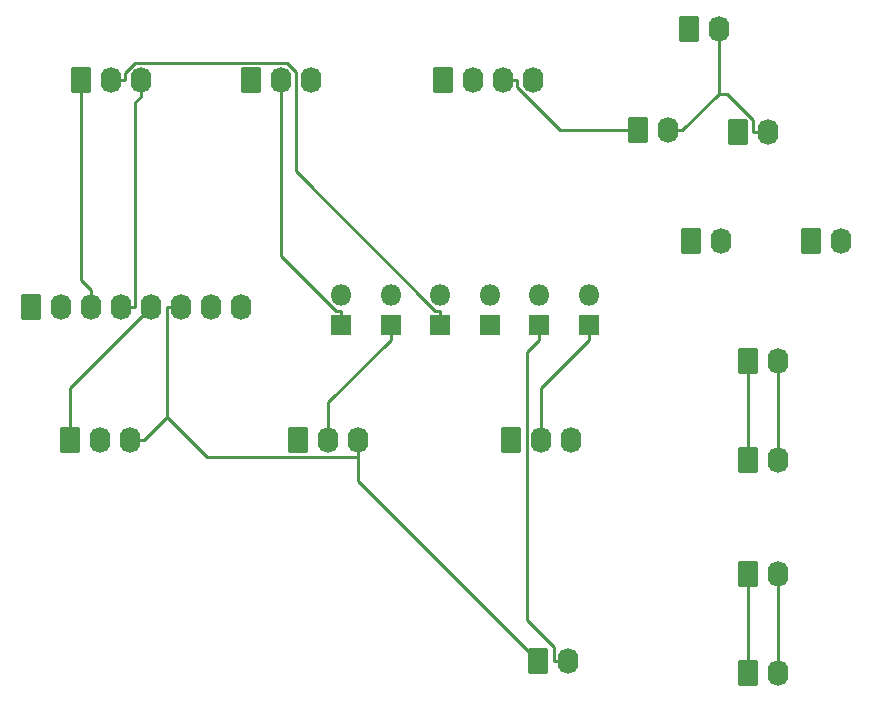
<source format=gbr>
%TF.GenerationSoftware,KiCad,Pcbnew,7.0.9*%
%TF.CreationDate,2023-12-03T16:20:27+10:00*%
%TF.ProjectId,LANDING GEAR,4c414e44-494e-4472-9047-4541522e6b69,rev?*%
%TF.SameCoordinates,Original*%
%TF.FileFunction,Copper,L2,Bot*%
%TF.FilePolarity,Positive*%
%FSLAX46Y46*%
G04 Gerber Fmt 4.6, Leading zero omitted, Abs format (unit mm)*
G04 Created by KiCad (PCBNEW 7.0.9) date 2023-12-03 16:20:27*
%MOMM*%
%LPD*%
G01*
G04 APERTURE LIST*
G04 Aperture macros list*
%AMRoundRect*
0 Rectangle with rounded corners*
0 $1 Rounding radius*
0 $2 $3 $4 $5 $6 $7 $8 $9 X,Y pos of 4 corners*
0 Add a 4 corners polygon primitive as box body*
4,1,4,$2,$3,$4,$5,$6,$7,$8,$9,$2,$3,0*
0 Add four circle primitives for the rounded corners*
1,1,$1+$1,$2,$3*
1,1,$1+$1,$4,$5*
1,1,$1+$1,$6,$7*
1,1,$1+$1,$8,$9*
0 Add four rect primitives between the rounded corners*
20,1,$1+$1,$2,$3,$4,$5,0*
20,1,$1+$1,$4,$5,$6,$7,0*
20,1,$1+$1,$6,$7,$8,$9,0*
20,1,$1+$1,$8,$9,$2,$3,0*%
G04 Aperture macros list end*
%TA.AperFunction,ComponentPad*%
%ADD10RoundRect,0.250000X-0.620000X-0.845000X0.620000X-0.845000X0.620000X0.845000X-0.620000X0.845000X0*%
%TD*%
%TA.AperFunction,ComponentPad*%
%ADD11O,1.740000X2.190000*%
%TD*%
%TA.AperFunction,ComponentPad*%
%ADD12R,1.800000X1.800000*%
%TD*%
%TA.AperFunction,ComponentPad*%
%ADD13O,1.800000X1.800000*%
%TD*%
%TA.AperFunction,Conductor*%
%ADD14C,0.250000*%
%TD*%
G04 APERTURE END LIST*
D10*
%TO.P,J8,1,Pin_1*%
%TO.N,Net-(J7-Pin_1)*%
X149352000Y-70612000D03*
D11*
%TO.P,J8,2,Pin_2*%
%TO.N,Net-(J7-Pin_2)*%
X151892000Y-70612000D03*
%TD*%
D10*
%TO.P,J7,1,Pin_1*%
%TO.N,Net-(J7-Pin_1)*%
X139192000Y-70612000D03*
D11*
%TO.P,J7,2,Pin_2*%
%TO.N,Net-(J7-Pin_2)*%
X141732000Y-70612000D03*
%TD*%
D10*
%TO.P,J6,1,Pin_1*%
%TO.N,/COIL_28V*%
X144018000Y-98826000D03*
D11*
%TO.P,J6,2,Pin_2*%
%TO.N,/COIL_ANTI_SKID*%
X146558000Y-98826000D03*
%TD*%
D10*
%TO.P,J5,1,Pin_1*%
%TO.N,/COL0*%
X83312000Y-76200000D03*
D11*
%TO.P,J5,2,Pin_2*%
%TO.N,/COL1*%
X85852000Y-76200000D03*
%TO.P,J5,3,Pin_3*%
%TO.N,/ROW10*%
X88392000Y-76200000D03*
%TO.P,J5,4,Pin_4*%
%TO.N,/ROW11*%
X90932000Y-76200000D03*
%TO.P,J5,5,Pin_5*%
%TO.N,/ROW12*%
X93472000Y-76200000D03*
%TO.P,J5,6,Pin_6*%
%TO.N,/ROW13*%
X96012000Y-76200000D03*
%TO.P,J5,7,Pin_7*%
%TO.N,/ROW14*%
X98552000Y-76200000D03*
%TO.P,J5,8,Pin_8*%
%TO.N,/ROW15*%
X101092000Y-76200000D03*
%TD*%
D10*
%TO.P,J4,1,Pin_1*%
%TO.N,Net-(D10-A)*%
X118190000Y-56990000D03*
D11*
%TO.P,J4,2,Pin_2*%
%TO.N,Net-(D8-K)*%
X120730000Y-56990000D03*
%TO.P,J4,3,Pin_3*%
%TO.N,Net-(D9-K)*%
X123270000Y-56990000D03*
%TO.P,J4,4,Pin_4*%
%TO.N,Net-(D10-K)*%
X125810000Y-56990000D03*
%TD*%
D10*
%TO.P,J3,1,Pin_1*%
%TO.N,Net-(J3-Pin_1)*%
X144018000Y-80792000D03*
D11*
%TO.P,J3,2,Pin_2*%
%TO.N,Net-(J3-Pin_2)*%
X146558000Y-80792000D03*
%TD*%
D10*
%TO.P,J2,1,Pin_1*%
%TO.N,/ROW13*%
X126238000Y-106192000D03*
D11*
%TO.P,J2,2,Pin_2*%
%TO.N,Net-(D6-K)*%
X128778000Y-106192000D03*
%TD*%
D10*
%TO.P,J1,1,Pin_1*%
%TO.N,/COIL_28V*%
X144018000Y-107208000D03*
D11*
%TO.P,J1,2,Pin_2*%
%TO.N,/COIL_ANTI_SKID*%
X146558000Y-107208000D03*
%TD*%
D12*
%TO.P,D7,1,K*%
%TO.N,Net-(D7-K)*%
X130556000Y-77724000D03*
D13*
%TO.P,D7,2,A*%
%TO.N,/COL0*%
X130556000Y-75184000D03*
%TD*%
D12*
%TO.P,D6,1,K*%
%TO.N,Net-(D6-K)*%
X126360400Y-77724000D03*
D13*
%TO.P,D6,2,A*%
%TO.N,/COL1*%
X126360400Y-75184000D03*
%TD*%
D12*
%TO.P,D5,1,K*%
%TO.N,Net-(D5-K)*%
X122164800Y-77724000D03*
D13*
%TO.P,D5,2,A*%
%TO.N,/COL1*%
X122164800Y-75184000D03*
%TD*%
D12*
%TO.P,D4,1,K*%
%TO.N,Net-(D4-K)*%
X117969200Y-77724000D03*
D13*
%TO.P,D4,2,A*%
%TO.N,/COL1*%
X117969200Y-75184000D03*
%TD*%
D12*
%TO.P,D2,1,K*%
%TO.N,Net-(D2-K)*%
X113773600Y-77724000D03*
D13*
%TO.P,D2,2,A*%
%TO.N,/COL0*%
X113773600Y-75184000D03*
%TD*%
D12*
%TO.P,D1,1,K*%
%TO.N,Net-(D1-K)*%
X109578000Y-77724000D03*
D13*
%TO.P,D1,2,A*%
%TO.N,/COL0*%
X109578000Y-75184000D03*
%TD*%
D10*
%TO.P,SW5,1,1*%
%TO.N,/ROW14*%
X123952000Y-87430000D03*
D11*
%TO.P,SW5,2,2*%
%TO.N,Net-(D7-K)*%
X126492000Y-87430000D03*
%TO.P,SW5,3,3*%
%TO.N,/ROW15*%
X129032000Y-87430000D03*
%TD*%
D10*
%TO.P,SW4,1,1*%
%TO.N,/ROW12*%
X86614000Y-87430000D03*
D11*
%TO.P,SW4,2,2*%
%TO.N,Net-(D5-K)*%
X89154000Y-87430000D03*
%TO.P,SW4,3,3*%
%TO.N,/ROW13*%
X91694000Y-87430000D03*
%TD*%
D10*
%TO.P,SW3,1,1*%
%TO.N,/ROW10*%
X87500000Y-56990000D03*
D11*
%TO.P,SW3,2,2*%
%TO.N,Net-(D4-K)*%
X90040000Y-56990000D03*
%TO.P,SW3,3,3*%
%TO.N,/ROW11*%
X92580000Y-56990000D03*
%TD*%
D10*
%TO.P,SW2,1,1*%
%TO.N,/ROW12*%
X105918000Y-87430000D03*
D11*
%TO.P,SW2,2,2*%
%TO.N,Net-(D2-K)*%
X108458000Y-87430000D03*
%TO.P,SW2,3,3*%
%TO.N,/ROW13*%
X110998000Y-87430000D03*
%TD*%
D10*
%TO.P,SW1,1,1*%
%TO.N,/ROW10*%
X101930000Y-56990000D03*
D11*
%TO.P,SW1,2,2*%
%TO.N,Net-(D1-K)*%
X104470000Y-56990000D03*
%TO.P,SW1,3,3*%
%TO.N,/ROW11*%
X107010000Y-56990000D03*
%TD*%
D10*
%TO.P,LA1,1,-*%
%TO.N,Net-(J3-Pin_1)*%
X144018000Y-89174000D03*
D11*
%TO.P,LA1,2,+*%
%TO.N,Net-(J3-Pin_2)*%
X146558000Y-89174000D03*
%TD*%
D10*
%TO.P,D10,1,K*%
%TO.N,Net-(D10-K)*%
X143130000Y-61350000D03*
D11*
%TO.P,D10,2,A*%
%TO.N,Net-(D10-A)*%
X145670000Y-61350000D03*
%TD*%
D10*
%TO.P,D9,1,K*%
%TO.N,Net-(D9-K)*%
X134720000Y-61220000D03*
D11*
%TO.P,D9,2,A*%
%TO.N,Net-(D10-A)*%
X137260000Y-61220000D03*
%TD*%
D10*
%TO.P,D8,1,K*%
%TO.N,Net-(D8-K)*%
X138990000Y-52660000D03*
D11*
%TO.P,D8,2,A*%
%TO.N,Net-(D10-A)*%
X141530000Y-52660000D03*
%TD*%
D14*
%TO.N,/ROW13*%
X96012000Y-76200000D02*
X94816700Y-76200000D01*
X91694000Y-87430000D02*
X92889300Y-87430000D01*
X92889300Y-87430000D02*
X94816700Y-85502600D01*
X94816700Y-85502600D02*
X94816700Y-76200000D01*
X98174000Y-88859900D02*
X94816700Y-85502600D01*
X110998000Y-88859900D02*
X98174000Y-88859900D01*
X110998000Y-87430000D02*
X110998000Y-88859900D01*
X110998000Y-90952000D02*
X126238000Y-106192000D01*
X110998000Y-88859900D02*
X110998000Y-90952000D01*
%TO.N,/ROW12*%
X86614000Y-83058000D02*
X93472000Y-76200000D01*
X86614000Y-87430000D02*
X86614000Y-83058000D01*
%TO.N,/ROW11*%
X92127300Y-58863000D02*
X92127300Y-76200000D01*
X92580000Y-58410300D02*
X92127300Y-58863000D01*
X90932000Y-76200000D02*
X92127300Y-76200000D01*
X92580000Y-56990000D02*
X92580000Y-58410300D01*
%TO.N,/ROW10*%
X87500000Y-73887700D02*
X88392000Y-74779700D01*
X87500000Y-56990000D02*
X87500000Y-73887700D01*
X88392000Y-76200000D02*
X88392000Y-74779700D01*
%TO.N,Net-(J3-Pin_1)*%
X144018000Y-89174000D02*
X144018000Y-80792000D01*
%TO.N,Net-(J3-Pin_2)*%
X146558000Y-89174000D02*
X146558000Y-80792000D01*
%TO.N,Net-(D9-K)*%
X128097600Y-61220000D02*
X134720000Y-61220000D01*
X124465300Y-57587700D02*
X128097600Y-61220000D01*
X124465300Y-56990000D02*
X124465300Y-57587700D01*
X123270000Y-56990000D02*
X124465300Y-56990000D01*
%TO.N,Net-(D10-A)*%
X137260000Y-61220000D02*
X138455300Y-61220000D01*
X144474700Y-60388500D02*
X144474700Y-61350000D01*
X142231500Y-58145300D02*
X144474700Y-60388500D01*
X141530000Y-58145300D02*
X142231500Y-58145300D01*
X141530000Y-52660000D02*
X141530000Y-58145300D01*
X141530000Y-58145300D02*
X138455300Y-61220000D01*
X145670000Y-61350000D02*
X144474700Y-61350000D01*
%TO.N,Net-(D7-K)*%
X126492000Y-83013300D02*
X130556000Y-78949300D01*
X126492000Y-87430000D02*
X126492000Y-83013300D01*
X130556000Y-77724000D02*
X130556000Y-78949300D01*
%TO.N,Net-(D6-K)*%
X127582700Y-104996700D02*
X127582700Y-106192000D01*
X125280100Y-102694100D02*
X127582700Y-104996700D01*
X125280100Y-80029600D02*
X125280100Y-102694100D01*
X126360400Y-78949300D02*
X125280100Y-80029600D01*
X126360400Y-77724000D02*
X126360400Y-78949300D01*
X128778000Y-106192000D02*
X127582700Y-106192000D01*
%TO.N,Net-(D4-K)*%
X117550900Y-76498700D02*
X117969200Y-76498700D01*
X105740000Y-64687800D02*
X117550900Y-76498700D01*
X105740000Y-56280500D02*
X105740000Y-64687800D01*
X104974900Y-55515400D02*
X105740000Y-56280500D01*
X92112200Y-55515400D02*
X104974900Y-55515400D01*
X91235300Y-56392300D02*
X92112200Y-55515400D01*
X91235300Y-56990000D02*
X91235300Y-56392300D01*
X90040000Y-56990000D02*
X91235300Y-56990000D01*
X117969200Y-77724000D02*
X117969200Y-76498700D01*
%TO.N,/COIL_ANTI_SKID*%
X146558000Y-107208000D02*
X146558000Y-98826000D01*
%TO.N,/COIL_28V*%
X144018000Y-107208000D02*
X144018000Y-98826000D01*
%TO.N,Net-(D2-K)*%
X108458000Y-84264900D02*
X113773600Y-78949300D01*
X108458000Y-87430000D02*
X108458000Y-84264900D01*
X113773600Y-77724000D02*
X113773600Y-78949300D01*
%TO.N,Net-(D1-K)*%
X109118500Y-76498700D02*
X109578000Y-76498700D01*
X104470000Y-71850200D02*
X109118500Y-76498700D01*
X104470000Y-56990000D02*
X104470000Y-71850200D01*
X109578000Y-77724000D02*
X109578000Y-76498700D01*
%TD*%
M02*

</source>
